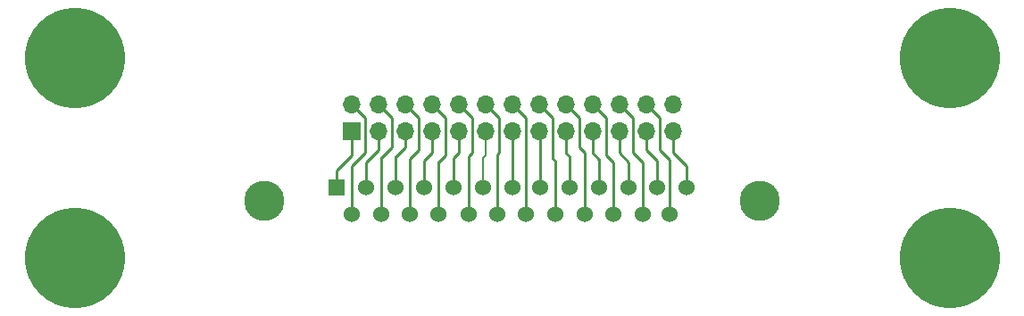
<source format=gbr>
G04 #@! TF.FileFunction,Copper,L1,Top,Signal*
%FSLAX46Y46*%
G04 Gerber Fmt 4.6, Leading zero omitted, Abs format (unit mm)*
G04 Created by KiCad (PCBNEW (after 2015-mar-04 BZR unknown)-product) date 6/9/2017 4:00:00 PM*
%MOMM*%
G01*
G04 APERTURE LIST*
%ADD10C,0.150000*%
%ADD11R,1.700000X1.700000*%
%ADD12O,1.700000X1.700000*%
%ADD13C,3.810000*%
%ADD14C,1.524000*%
%ADD15R,1.524000X1.524000*%
%ADD16C,9.525000*%
%ADD17C,0.254000*%
%ADD18C,0.203200*%
G04 APERTURE END LIST*
D10*
D11*
X32258000Y-12954000D03*
D12*
X32258000Y-10414000D03*
X34798000Y-12954000D03*
X34798000Y-10414000D03*
X37338000Y-12954000D03*
X37338000Y-10414000D03*
X39878000Y-12954000D03*
X39878000Y-10414000D03*
X42418000Y-12954000D03*
X42418000Y-10414000D03*
X44958000Y-12954000D03*
X44958000Y-10414000D03*
X47498000Y-12954000D03*
X47498000Y-10414000D03*
X50038000Y-12954000D03*
X50038000Y-10414000D03*
X52578000Y-12954000D03*
X52578000Y-10414000D03*
X55118000Y-12954000D03*
X55118000Y-10414000D03*
X57658000Y-12954000D03*
X57658000Y-10414000D03*
X60198000Y-12954000D03*
X60198000Y-10414000D03*
X62738000Y-12954000D03*
X62738000Y-10414000D03*
D13*
X24003000Y-19558000D03*
X70993000Y-19558000D03*
D14*
X64008000Y-18288000D03*
X61214000Y-18288000D03*
X58547000Y-18288000D03*
X55753000Y-18288000D03*
X52959000Y-18288000D03*
X50165000Y-18288000D03*
X47498000Y-18288000D03*
X44704000Y-18288000D03*
X41910000Y-18288000D03*
X39116000Y-18288000D03*
X36449000Y-18288000D03*
X33655000Y-18288000D03*
D15*
X30861000Y-18288000D03*
D14*
X62433200Y-20828000D03*
X59893200Y-20828000D03*
X57099200Y-20828000D03*
X54356000Y-20828000D03*
X51612800Y-20828000D03*
X48818800Y-20828000D03*
X46075600Y-20828000D03*
X43332400Y-20828000D03*
X40487600Y-20828000D03*
X37795200Y-20828000D03*
X35052000Y-20828000D03*
X32258000Y-20828000D03*
D16*
X89000000Y-6000000D03*
X6000000Y-6000000D03*
X6000000Y-25000000D03*
X89000000Y-25000000D03*
D17*
X30861000Y-18288000D02*
X30861000Y-16637000D01*
X32258000Y-15240000D02*
X32258000Y-12954000D01*
X30861000Y-16637000D02*
X32258000Y-15240000D01*
X33655000Y-18288000D02*
X33655000Y-15875000D01*
X33655000Y-15875000D02*
X34798000Y-14732000D01*
X34798000Y-14732000D02*
X34798000Y-12954000D01*
X36449000Y-18288000D02*
X36449000Y-15367000D01*
X36449000Y-15367000D02*
X37338000Y-14478000D01*
X37338000Y-14478000D02*
X37338000Y-12954000D01*
D18*
X37338000Y-12954000D02*
X37338000Y-14478000D01*
X37338000Y-14478000D02*
X36449000Y-15367000D01*
D17*
X39116000Y-18288000D02*
X39116000Y-15748000D01*
X39878000Y-14986000D02*
X39878000Y-12954000D01*
X39116000Y-15748000D02*
X39878000Y-14986000D01*
X41910000Y-18288000D02*
X41910000Y-15494000D01*
X42418000Y-14986000D02*
X42418000Y-12954000D01*
X41910000Y-15494000D02*
X42418000Y-14986000D01*
D18*
X44958000Y-12954000D02*
X44958000Y-15240000D01*
X44704000Y-15494000D02*
X44704000Y-18288000D01*
X44958000Y-15240000D02*
X44704000Y-15494000D01*
D17*
X47498000Y-18288000D02*
X47498000Y-12954000D01*
X50165000Y-18288000D02*
X50165000Y-13081000D01*
X50165000Y-13081000D02*
X50038000Y-12954000D01*
D18*
X50165000Y-13081000D02*
X50038000Y-12954000D01*
D17*
X52959000Y-18288000D02*
X52959000Y-15367000D01*
X52578000Y-14986000D02*
X52578000Y-12954000D01*
X52959000Y-15367000D02*
X52578000Y-14986000D01*
D18*
X52959000Y-13335000D02*
X52578000Y-12954000D01*
D17*
X55753000Y-18288000D02*
X55753000Y-15621000D01*
X55118000Y-14986000D02*
X55118000Y-12954000D01*
X55753000Y-15621000D02*
X55118000Y-14986000D01*
X58547000Y-18288000D02*
X58547000Y-15875000D01*
X57658000Y-14986000D02*
X57658000Y-12954000D01*
X58547000Y-15875000D02*
X57658000Y-14986000D01*
X61214000Y-18288000D02*
X61214000Y-15748000D01*
X61214000Y-15748000D02*
X60198000Y-14732000D01*
X60198000Y-14732000D02*
X60198000Y-12954000D01*
D18*
X60198000Y-12954000D02*
X60198000Y-14732000D01*
X60198000Y-14732000D02*
X61214000Y-15748000D01*
D17*
X64008000Y-18288000D02*
X64008000Y-16256000D01*
X62738000Y-14986000D02*
X62738000Y-12954000D01*
X64008000Y-16256000D02*
X62738000Y-14986000D01*
X32258000Y-20828000D02*
X32258000Y-16256000D01*
X33528000Y-11684000D02*
X32258000Y-10414000D01*
X33528000Y-14986000D02*
X33528000Y-11684000D01*
X32258000Y-16256000D02*
X33528000Y-14986000D01*
D18*
X32258000Y-10414000D02*
X32512000Y-10414000D01*
D17*
X35052000Y-20828000D02*
X35052000Y-15494000D01*
X35052000Y-15494000D02*
X36068000Y-14478000D01*
X36068000Y-14478000D02*
X36068000Y-11684000D01*
X36068000Y-11684000D02*
X34798000Y-10414000D01*
D18*
X34798000Y-10414000D02*
X36068000Y-11684000D01*
X36068000Y-14478000D02*
X35052000Y-15494000D01*
X36068000Y-11684000D02*
X36068000Y-14478000D01*
D17*
X37795200Y-20828000D02*
X37795200Y-15544800D01*
X37795200Y-15544800D02*
X38608000Y-14732000D01*
X38608000Y-14732000D02*
X38608000Y-11684000D01*
X38608000Y-11684000D02*
X37338000Y-10414000D01*
D18*
X37338000Y-10414000D02*
X38608000Y-11684000D01*
X37846000Y-15494000D02*
X37846000Y-20777200D01*
X38608000Y-14732000D02*
X37846000Y-15494000D01*
X38608000Y-11684000D02*
X38608000Y-14732000D01*
X37846000Y-20777200D02*
X37795200Y-20828000D01*
D17*
X40487600Y-20828000D02*
X40487600Y-15900400D01*
X40487600Y-15900400D02*
X41148000Y-15240000D01*
X41148000Y-15240000D02*
X41148000Y-11684000D01*
X41148000Y-11684000D02*
X39878000Y-10414000D01*
D18*
X39878000Y-10414000D02*
X41148000Y-11684000D01*
X41148000Y-15240000D02*
X40487600Y-15900400D01*
X41148000Y-11684000D02*
X41148000Y-15240000D01*
D17*
X43332400Y-20828000D02*
X43332400Y-15341600D01*
X43688000Y-14986000D02*
X43688000Y-11684000D01*
X43332400Y-15341600D02*
X43688000Y-14986000D01*
X43688000Y-11684000D02*
X42418000Y-10414000D01*
D18*
X42418000Y-10414000D02*
X43688000Y-11684000D01*
D17*
X46075600Y-20828000D02*
X46075600Y-15138400D01*
X46228000Y-11684000D02*
X44958000Y-10414000D01*
X46228000Y-14986000D02*
X46228000Y-11684000D01*
X46075600Y-15138400D02*
X46228000Y-14986000D01*
D18*
X44958000Y-10414000D02*
X44958000Y-10668000D01*
X46228000Y-20675600D02*
X46075600Y-20828000D01*
D17*
X48818800Y-20828000D02*
X48818800Y-14528800D01*
X48818800Y-14528800D02*
X48768000Y-14478000D01*
X48768000Y-14478000D02*
X48768000Y-11684000D01*
X48768000Y-11684000D02*
X47498000Y-10414000D01*
X48768000Y-14478000D02*
X48768000Y-11684000D01*
X48818800Y-14528800D02*
X48768000Y-14478000D01*
X48768000Y-11684000D02*
X47498000Y-10414000D01*
D18*
X48768000Y-11684000D02*
X47498000Y-10414000D01*
X47498000Y-10414000D02*
X48768000Y-11684000D01*
D17*
X51612800Y-20828000D02*
X51612800Y-15798800D01*
X51308000Y-15494000D02*
X51308000Y-11684000D01*
X51612800Y-15798800D02*
X51308000Y-15494000D01*
X51308000Y-11684000D02*
X50038000Y-10414000D01*
D18*
X51308000Y-11684000D02*
X50038000Y-10414000D01*
D17*
X54356000Y-20828000D02*
X54356000Y-14986000D01*
X53848000Y-14478000D02*
X53848000Y-11684000D01*
X54356000Y-14986000D02*
X53848000Y-14478000D01*
X53848000Y-11684000D02*
X52578000Y-10414000D01*
D18*
X53848000Y-11684000D02*
X52578000Y-10414000D01*
D17*
X57099200Y-20828000D02*
X57099200Y-15951200D01*
X57099200Y-15951200D02*
X56388000Y-15240000D01*
X56388000Y-15240000D02*
X56388000Y-11684000D01*
X56388000Y-11684000D02*
X55118000Y-10414000D01*
D18*
X56388000Y-11684000D02*
X55118000Y-10414000D01*
X56388000Y-15240000D02*
X56388000Y-11684000D01*
X57099200Y-15951200D02*
X56388000Y-15240000D01*
D17*
X59893200Y-20828000D02*
X59893200Y-15951200D01*
X58928000Y-14986000D02*
X58928000Y-11684000D01*
X59893200Y-15951200D02*
X58928000Y-14986000D01*
X58928000Y-11684000D02*
X57658000Y-10414000D01*
D18*
X58928000Y-11684000D02*
X57658000Y-10414000D01*
D17*
X62433200Y-20828000D02*
X62433200Y-15697200D01*
X61468000Y-14732000D02*
X61468000Y-11684000D01*
X62433200Y-15697200D02*
X61468000Y-14732000D01*
X61468000Y-11684000D02*
X60198000Y-10414000D01*
D18*
X61468000Y-11684000D02*
X60198000Y-10414000D01*
M02*

</source>
